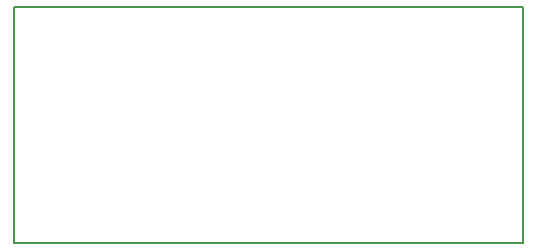
<source format=gm1>
G04*
G04 #@! TF.GenerationSoftware,Altium Limited,Altium Designer,20.0.12 (288)*
G04*
G04 Layer_Color=16711935*
%FSLAX25Y25*%
%MOIN*%
G70*
G01*
G75*
%ADD66C,0.00600*%
D66*
X-0Y21486D02*
Y57313D01*
X110Y-0D02*
Y21457D01*
X-0Y57284D02*
Y78700D01*
X169774D01*
X169734Y78698D02*
X169774Y78658D01*
X169734Y-42D02*
Y78698D01*
X110Y-0D02*
X169734D01*
M02*

</source>
